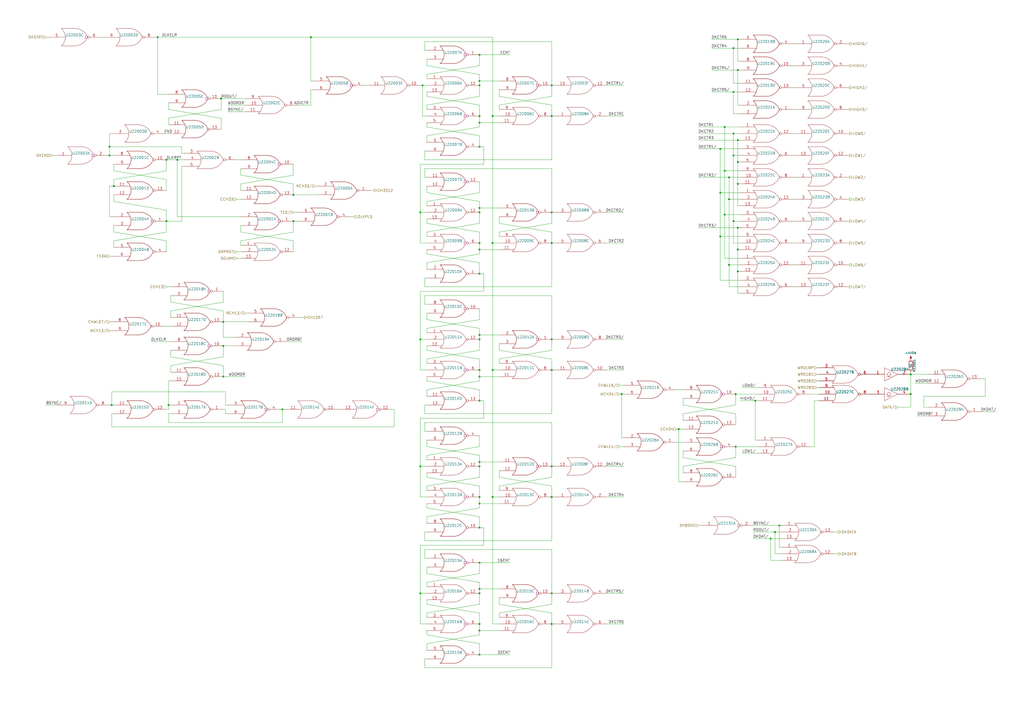
<source format=kicad_sch>
(kicad_sch (version 20211123) (generator eeschema)
  (paper "A2")
  (junction (at 427.99 132.08))
  (junction (at 427.99 81.28))
  (junction (at 427.99 22.86))
  (junction (at 278.13 120.65))
  (junction (at 320.04 49.53))
  (junction (at 425.45 27.94))
  (junction (at 66.04 107.95))
  (junction (at 278.13 292.1))
  (junction (at 420.37 73.66))
  (junction (at 91.44 21.59))
  (junction (at 320.04 123.19))
  (junction (at 243.84 344.17))
  (junction (at 320.04 270.51))
  (junction (at 425.45 128.27))
  (junction (at 97.79 234.95))
  (junction (at 278.13 49.53))
  (junction (at 426.72 259.08))
  (junction (at 278.13 326.39))
  (junction (at 427.99 157.48))
  (junction (at 422.91 153.67))
  (junction (at 278.13 123.19))
  (junction (at 102.87 92.71))
  (junction (at 278.13 379.73))
  (junction (at 63.5 90.17))
  (junction (at 243.84 123.19))
  (junction (at 180.34 21.59))
  (junction (at 320.04 196.85))
  (junction (at 163.83 237.49))
  (junction (at 278.13 361.95))
  (junction (at 420.37 124.46))
  (junction (at 278.13 270.51))
  (junction (at 129.54 218.44))
  (junction (at 278.13 71.12))
  (junction (at 285.75 214.63))
  (junction (at 278.13 144.78))
  (junction (at 427.99 144.78))
  (junction (at 245.11 49.53))
  (junction (at 320.04 288.29))
  (junction (at 417.83 86.36))
  (junction (at 278.13 232.41))
  (junction (at 63.5 85.09))
  (junction (at 393.7 248.92))
  (junction (at 425.45 53.34))
  (junction (at 452.12 304.8))
  (junction (at 128.27 57.15))
  (junction (at 278.13 194.31))
  (junction (at 320.04 361.95))
  (junction (at 96.52 92.71))
  (junction (at 278.13 218.44))
  (junction (at 278.13 365.76))
  (junction (at 438.15 232.41))
  (junction (at 427.99 40.64))
  (junction (at 422.91 102.87))
  (junction (at 320.04 344.17))
  (junction (at 64.77 234.95))
  (junction (at 422.91 115.57))
  (junction (at 129.54 186.69))
  (junction (at 449.58 308.61))
  (junction (at 285.75 140.97))
  (junction (at 278.13 140.97))
  (junction (at 320.04 214.63))
  (junction (at 129.54 200.66))
  (junction (at 278.13 85.09))
  (junction (at 278.13 158.75))
  (junction (at 278.13 306.07))
  (junction (at 427.99 106.68))
  (junction (at 278.13 267.97))
  (junction (at 528.32 228.6))
  (junction (at 278.13 341.63))
  (junction (at 96.52 128.27))
  (junction (at 417.83 137.16))
  (junction (at 320.04 67.31))
  (junction (at 170.18 113.03))
  (junction (at 278.13 196.85))
  (junction (at 243.84 196.85))
  (junction (at 320.04 140.97))
  (junction (at 278.13 67.31))
  (junction (at 278.13 31.75))
  (junction (at 278.13 288.29))
  (junction (at 528.32 217.17))
  (junction (at 420.37 99.06))
  (junction (at 278.13 214.63))
  (junction (at 170.18 128.27))
  (junction (at 360.68 228.6))
  (junction (at 285.75 288.29))
  (junction (at 285.75 67.31))
  (junction (at 278.13 344.17))
  (junction (at 278.13 46.99))
  (junction (at 425.45 90.17))
  (junction (at 425.45 77.47))
  (junction (at 426.72 228.6))
  (junction (at 427.99 93.98))
  (junction (at 243.84 270.51))
  (junction (at 417.83 111.76))
  (junction (at 447.04 312.42))
  (wire (pts (xy 320.04 281.94) (xy 320.04 288.29)))
  (wire (pts (xy 320.04 196.85) (xy 321.31 196.85)))
  (wire (pts (xy 420.37 99.06) (xy 420.37 124.46)))
  (wire (pts (xy 246.38 87.63) (xy 247.65 87.63)))
  (wire (pts (xy 425.45 140.97) (xy 429.26 140.97)))
  (wire (pts (xy 285.75 140.97) (xy 289.56 140.97)))
  (wire (pts (xy 64.77 247.65) (xy 64.77 240.03)))
  (wire (pts (xy 139.7 134.62) (xy 139.7 130.81)))
  (wire (pts (xy 91.44 21.59) (xy 180.34 21.59)))
  (wire (pts (xy 129.54 212.09) (xy 99.06 207.01)))
  (wire (pts (xy 63.5 77.47) (xy 63.5 85.09)))
  (wire (pts (xy 278.13 337.82) (xy 247.65 332.74)))
  (wire (pts (xy 420.37 124.46) (xy 429.26 124.46)))
  (wire (pts (xy 278.13 60.96) (xy 278.13 67.31)))
  (wire (pts (xy 278.13 292.1) (xy 278.13 294.64)))
  (wire (pts (xy 320.04 60.96) (xy 289.56 55.88)))
  (wire (pts (xy 320.04 123.19) (xy 321.31 123.19)))
  (wire (pts (xy 459.74 115.57) (xy 461.01 115.57)))
  (wire (pts (xy 278.13 120.65) (xy 278.13 123.19)))
  (wire (pts (xy 289.56 267.97) (xy 278.13 267.97)))
  (wire (pts (xy 535.94 236.22) (xy 538.48 236.22)))
  (wire (pts (xy 449.58 321.31) (xy 453.39 321.31)))
  (wire (pts (xy 420.37 149.86) (xy 429.26 149.86)))
  (wire (pts (xy 538.48 222.25) (xy 530.86 222.25)))
  (wire (pts (xy 320.04 67.31) (xy 320.04 92.71)))
  (wire (pts (xy 129.54 186.69) (xy 129.54 195.58)))
  (wire (pts (xy 474.98 217.17) (xy 473.71 217.17)))
  (wire (pts (xy 142.24 64.77) (xy 132.08 64.77)))
  (wire (pts (xy 278.13 264.16) (xy 278.13 267.97)))
  (wire (pts (xy 474.98 224.79) (xy 473.71 224.79)))
  (wire (pts (xy 422.91 102.87) (xy 429.26 102.87)))
  (wire (pts (xy 285.75 21.59) (xy 285.75 67.31)))
  (wire (pts (xy 180.34 60.96) (xy 180.34 52.07)))
  (wire (pts (xy 289.56 365.76) (xy 278.13 365.76)))
  (wire (pts (xy 180.34 21.59) (xy 180.34 46.99)))
  (wire (pts (xy 246.38 382.27) (xy 247.65 382.27)))
  (wire (pts (xy 405.13 132.08) (xy 427.99 132.08)))
  (wire (pts (xy 247.65 355.6) (xy 247.65 358.14)))
  (wire (pts (xy 396.24 240.03) (xy 396.24 243.84)))
  (wire (pts (xy 278.13 134.62) (xy 278.13 140.97)))
  (wire (pts (xy 247.65 264.16) (xy 247.65 266.7)))
  (wire (pts (xy 172.72 60.96) (xy 180.34 60.96)))
  (wire (pts (xy 175.26 198.12) (xy 166.37 198.12)))
  (wire (pts (xy 427.99 93.98) (xy 429.26 93.98)))
  (wire (pts (xy 243.84 288.29) (xy 247.65 288.29)))
  (wire (pts (xy 246.38 29.21) (xy 247.65 29.21)))
  (wire (pts (xy 320.04 55.88) (xy 289.56 60.96)))
  (wire (pts (xy 427.99 157.48) (xy 427.99 170.18)))
  (wire (pts (xy 289.56 71.12) (xy 278.13 71.12)))
  (wire (pts (xy 459.74 90.17) (xy 461.01 90.17)))
  (wire (pts (xy 278.13 134.62) (xy 247.65 129.54)))
  (wire (pts (xy 137.16 92.71) (xy 139.7 92.71)))
  (wire (pts (xy 246.38 313.69) (xy 246.38 308.61)))
  (wire (pts (xy 247.65 43.18) (xy 247.65 45.72)))
  (wire (pts (xy 243.84 123.19) (xy 243.84 140.97)))
  (wire (pts (xy 247.65 73.66) (xy 247.65 71.12)))
  (wire (pts (xy 459.74 128.27) (xy 461.01 128.27)))
  (wire (pts (xy 278.13 116.84) (xy 278.13 120.65)))
  (wire (pts (xy 492.76 128.27) (xy 491.49 128.27)))
  (wire (pts (xy 205.74 125.73) (xy 203.2 125.73)))
  (wire (pts (xy 63.5 107.95) (xy 63.5 125.73)))
  (wire (pts (xy 320.04 270.51) (xy 321.31 270.51)))
  (wire (pts (xy 66.04 134.62) (xy 66.04 130.81)))
  (wire (pts (xy 351.79 196.85) (xy 361.95 196.85)))
  (wire (pts (xy 246.38 161.29) (xy 247.65 161.29)))
  (wire (pts (xy 289.56 276.86) (xy 289.56 273.05)))
  (wire (pts (xy 447.04 312.42) (xy 447.04 325.12)))
  (wire (pts (xy 422.91 153.67) (xy 429.26 153.67)))
  (wire (pts (xy 247.65 185.42) (xy 247.65 181.61)))
  (wire (pts (xy 320.04 49.53) (xy 321.31 49.53)))
  (wire (pts (xy 278.13 31.75) (xy 278.13 38.1)))
  (wire (pts (xy 278.13 71.12) (xy 278.13 73.66)))
  (wire (pts (xy 247.65 147.32) (xy 247.65 144.78)))
  (wire (pts (xy 396.24 279.4) (xy 393.7 279.4)))
  (wire (pts (xy 320.04 288.29) (xy 321.31 288.29)))
  (wire (pts (xy 278.13 31.75) (xy 295.91 31.75)))
  (wire (pts (xy 97.79 220.98) (xy 99.06 220.98)))
  (wire (pts (xy 63.5 85.09) (xy 105.41 85.09)))
  (wire (pts (xy 96.52 92.71) (xy 96.52 99.06)))
  (wire (pts (xy 289.56 144.78) (xy 278.13 144.78)))
  (wire (pts (xy 278.13 341.63) (xy 278.13 344.17)))
  (wire (pts (xy 361.95 223.52) (xy 359.41 223.52)))
  (wire (pts (xy 246.38 250.19) (xy 247.65 250.19)))
  (wire (pts (xy 320.04 123.19) (xy 320.04 129.54)))
  (wire (pts (xy 64.77 240.03) (xy 66.04 240.03)))
  (wire (pts (xy 320.04 350.52) (xy 289.56 355.6)))
  (wire (pts (xy 170.18 106.68) (xy 139.7 101.6)))
  (wire (pts (xy 246.38 102.87) (xy 247.65 102.87)))
  (wire (pts (xy 452.12 304.8) (xy 452.12 317.5)))
  (wire (pts (xy 278.13 264.16) (xy 247.65 259.08)))
  (wire (pts (xy 139.7 149.86) (xy 137.16 149.86)))
  (wire (pts (xy 246.38 171.45) (xy 246.38 176.53)))
  (wire (pts (xy 245.11 49.53) (xy 247.65 49.53)))
  (wire (pts (xy 320.04 245.11) (xy 320.04 270.51)))
  (wire (pts (xy 425.45 66.04) (xy 429.26 66.04)))
  (wire (pts (xy 360.68 228.6) (xy 361.95 228.6)))
  (wire (pts (xy 320.04 270.51) (xy 320.04 276.86)))
  (wire (pts (xy 278.13 365.76) (xy 278.13 368.3)))
  (wire (pts (xy 247.65 350.52) (xy 247.65 347.98)))
  (wire (pts (xy 97.79 68.58) (xy 97.79 72.39)))
  (wire (pts (xy 285.75 140.97) (xy 285.75 214.63)))
  (wire (pts (xy 425.45 128.27) (xy 425.45 140.97)))
  (wire (pts (xy 320.04 166.37) (xy 246.38 166.37)))
  (wire (pts (xy 26.67 234.95) (xy 33.02 234.95)))
  (wire (pts (xy 243.84 242.57) (xy 243.84 270.51)))
  (wire (pts (xy 247.65 203.2) (xy 247.65 200.66)))
  (wire (pts (xy 212.09 49.53) (xy 213.36 49.53)))
  (wire (pts (xy 285.75 361.95) (xy 289.56 361.95)))
  (wire (pts (xy 278.13 226.06) (xy 247.65 220.98)))
  (wire (pts (xy 459.74 77.47) (xy 461.01 77.47)))
  (wire (pts (xy 320.04 67.31) (xy 321.31 67.31)))
  (wire (pts (xy 289.56 355.6) (xy 289.56 358.14)))
  (wire (pts (xy 278.13 73.66) (xy 247.65 78.74)))
  (wire (pts (xy 320.04 134.62) (xy 320.04 140.97)))
  (wire (pts (xy 96.52 110.49) (xy 96.52 104.14)))
  (wire (pts (xy 247.65 55.88) (xy 247.65 53.34)))
  (wire (pts (xy 406.4 304.8) (xy 405.13 304.8)))
  (wire (pts (xy 278.13 38.1) (xy 247.65 43.18)))
  (wire (pts (xy 320.04 344.17) (xy 320.04 350.52)))
  (wire (pts (xy 243.84 49.53) (xy 245.11 49.53)))
  (wire (pts (xy 247.65 259.08) (xy 247.65 255.27)))
  (wire (pts (xy 139.7 106.68) (xy 139.7 110.49)))
  (wire (pts (xy 129.54 168.91) (xy 129.54 175.26)))
  (wire (pts (xy 102.87 125.73) (xy 139.7 125.73)))
  (wire (pts (xy 247.65 116.84) (xy 247.65 119.38)))
  (wire (pts (xy 320.04 196.85) (xy 320.04 203.2)))
  (wire (pts (xy 97.79 220.98) (xy 97.79 234.95)))
  (wire (pts (xy 492.76 153.67) (xy 491.49 153.67)))
  (wire (pts (xy 425.45 77.47) (xy 425.45 90.17)))
  (wire (pts (xy 105.41 96.52) (xy 106.68 96.52)))
  (wire (pts (xy 129.54 200.66) (xy 135.89 200.66)))
  (wire (pts (xy 243.84 196.85) (xy 243.84 214.63)))
  (wire (pts (xy 289.56 281.94) (xy 289.56 284.48)))
  (wire (pts (xy 247.65 337.82) (xy 247.65 340.36)))
  (wire (pts (xy 320.04 245.11) (xy 246.38 245.11)))
  (wire (pts (xy 351.79 270.51) (xy 361.95 270.51)))
  (wire (pts (xy 278.13 194.31) (xy 278.13 196.85)))
  (wire (pts (xy 459.74 166.37) (xy 461.01 166.37)))
  (wire (pts (xy 571.5 229.87) (xy 535.94 229.87)))
  (wire (pts (xy 405.13 77.47) (xy 425.45 77.47)))
  (wire (pts (xy 429.26 232.41) (xy 438.15 232.41)))
  (wire (pts (xy 278.13 208.28) (xy 247.65 203.2)))
  (wire (pts (xy 420.37 124.46) (xy 420.37 149.86)))
  (wire (pts (xy 320.04 49.53) (xy 320.04 55.88)))
  (wire (pts (xy 278.13 355.6) (xy 247.65 350.52)))
  (wire (pts (xy 426.72 240.03) (xy 396.24 234.95)))
  (wire (pts (xy 96.52 92.71) (xy 102.87 92.71)))
  (wire (pts (xy 66.04 99.06) (xy 66.04 95.25)))
  (wire (pts (xy 320.04 24.13) (xy 320.04 49.53)))
  (wire (pts (xy 278.13 43.18) (xy 247.65 38.1)))
  (wire (pts (xy 320.04 171.45) (xy 246.38 171.45)))
  (wire (pts (xy 129.54 207.01) (xy 99.06 212.09)))
  (wire (pts (xy 58.42 21.59) (xy 59.69 21.59)))
  (wire (pts (xy 243.84 140.97) (xy 247.65 140.97)))
  (wire (pts (xy 247.65 276.86) (xy 247.65 274.32)))
  (wire (pts (xy 176.53 184.15) (xy 173.99 184.15)))
  (wire (pts (xy 130.81 234.95) (xy 132.08 234.95)))
  (wire (pts (xy 320.04 97.79) (xy 320.04 123.19)))
  (wire (pts (xy 278.13 85.09) (xy 278.13 78.74)))
  (wire (pts (xy 247.65 299.72) (xy 247.65 303.53)))
  (wire (pts (xy 243.84 168.91) (xy 243.84 196.85)))
  (wire (pts (xy 278.13 116.84) (xy 247.65 111.76)))
  (wire (pts (xy 97.79 234.95) (xy 97.79 237.49)))
  (wire (pts (xy 247.65 60.96) (xy 247.65 63.5)))
  (wire (pts (xy 420.37 99.06) (xy 429.26 99.06)))
  (wire (pts (xy 170.18 128.27) (xy 172.72 128.27)))
  (wire (pts (xy 247.65 281.94) (xy 247.65 284.48)))
  (wire (pts (xy 426.72 228.6) (xy 426.72 234.95)))
  (wire (pts (xy 105.41 128.27) (xy 105.41 96.52)))
  (wire (pts (xy 278.13 203.2) (xy 247.65 208.28)))
  (wire (pts (xy 246.38 24.13) (xy 246.38 29.21)))
  (wire (pts (xy 320.04 214.63) (xy 320.04 240.03)))
  (wire (pts (xy 91.44 54.61) (xy 97.79 54.61)))
  (wire (pts (xy 180.34 52.07) (xy 181.61 52.07)))
  (wire (pts (xy 217.17 110.49) (xy 214.63 110.49)))
  (wire (pts (xy 163.83 245.11) (xy 97.79 245.11)))
  (wire (pts (xy 280.67 85.09) (xy 280.67 95.25)))
  (wire (pts (xy 417.83 86.36) (xy 417.83 111.76)))
  (wire (pts (xy 180.34 46.99) (xy 181.61 46.99)))
  (wire (pts (xy 425.45 90.17) (xy 429.26 90.17)))
  (wire (pts (xy 142.24 60.96) (xy 132.08 60.96)))
  (wire (pts (xy 417.83 111.76) (xy 417.83 137.16)))
  (wire (pts (xy 64.77 234.95) (xy 64.77 227.33)))
  (wire (pts (xy 351.79 214.63) (xy 361.95 214.63)))
  (wire (pts (xy 278.13 232.41) (xy 280.67 232.41)))
  (wire (pts (xy 96.52 134.62) (xy 66.04 139.7)))
  (wire (pts (xy 139.7 101.6) (xy 139.7 97.79)))
  (wire (pts (xy 420.37 73.66) (xy 420.37 99.06)))
  (wire (pts (xy 180.34 21.59) (xy 285.75 21.59)))
  (wire (pts (xy 351.79 49.53) (xy 361.95 49.53)))
  (wire (pts (xy 280.67 95.25) (xy 243.84 95.25)))
  (wire (pts (xy 63.5 125.73) (xy 66.04 125.73)))
  (wire (pts (xy 278.13 361.95) (xy 278.13 365.76)))
  (wire (pts (xy 162.56 237.49) (xy 163.83 237.49)))
  (wire (pts (xy 66.04 107.95) (xy 63.5 107.95)))
  (wire (pts (xy 392.43 256.54) (xy 396.24 256.54)))
  (wire (pts (xy 246.38 323.85) (xy 247.65 323.85)))
  (wire (pts (xy 247.65 226.06) (xy 247.65 229.87)))
  (wire (pts (xy 243.84 344.17) (xy 243.84 361.95)))
  (wire (pts (xy 280.67 242.57) (xy 243.84 242.57)))
  (wire (pts (xy 246.38 240.03) (xy 246.38 234.95)))
  (wire (pts (xy 426.72 276.86) (xy 426.72 270.51)))
  (wire (pts (xy 170.18 146.05) (xy 170.18 139.7)))
  (wire (pts (xy 245.11 67.31) (xy 247.65 67.31)))
  (wire (pts (xy 289.56 218.44) (xy 278.13 218.44)))
  (wire (pts (xy 246.38 234.95) (xy 247.65 234.95)))
  (wire (pts (xy 320.04 318.77) (xy 246.38 318.77)))
  (wire (pts (xy 474.98 220.98) (xy 473.71 220.98)))
  (wire (pts (xy 425.45 27.94) (xy 429.26 27.94)))
  (wire (pts (xy 351.79 123.19) (xy 361.95 123.19)))
  (wire (pts (xy 427.99 106.68) (xy 429.26 106.68)))
  (wire (pts (xy 422.91 115.57) (xy 422.91 153.67)))
  (wire (pts (xy 63.5 234.95) (xy 64.77 234.95)))
  (wire (pts (xy 26.67 21.59) (xy 27.94 21.59)))
  (wire (pts (xy 278.13 281.94) (xy 247.65 276.86)))
  (wire (pts (xy 351.79 344.17) (xy 361.95 344.17)))
  (wire (pts (xy 278.13 344.17) (xy 278.13 350.52)))
  (wire (pts (xy 538.48 241.3) (xy 532.13 241.3)))
  (wire (pts (xy 247.65 208.28) (xy 247.65 210.82)))
  (wire (pts (xy 320.04 344.17) (xy 321.31 344.17)))
  (wire (pts (xy 170.18 134.62) (xy 139.7 139.7)))
  (wire (pts (xy 139.7 139.7) (xy 139.7 142.24)))
  (wire (pts (xy 64.77 227.33) (xy 130.81 227.33)))
  (wire (pts (xy 285.75 288.29) (xy 289.56 288.29)))
  (wire (pts (xy 96.52 128.27) (xy 105.41 128.27)))
  (wire (pts (xy 278.13 185.42) (xy 247.65 190.5)))
  (wire (pts (xy 425.45 77.47) (xy 429.26 77.47)))
  (wire (pts (xy 436.88 308.61) (xy 449.58 308.61)))
  (wire (pts (xy 417.83 137.16) (xy 429.26 137.16)))
  (wire (pts (xy 320.04 288.29) (xy 320.04 313.69)))
  (wire (pts (xy 289.56 55.88) (xy 289.56 52.07)))
  (wire (pts (xy 492.76 140.97) (xy 491.49 140.97)))
  (wire (pts (xy 492.76 50.8) (xy 491.49 50.8)))
  (wire (pts (xy 97.79 237.49) (xy 96.52 237.49)))
  (wire (pts (xy 289.56 134.62) (xy 289.56 137.16)))
  (wire (pts (xy 320.04 355.6) (xy 320.04 361.95)))
  (wire (pts (xy 492.76 63.5) (xy 491.49 63.5)))
  (wire (pts (xy 96.52 139.7) (xy 66.04 134.62)))
  (wire (pts (xy 129.54 218.44) (xy 142.24 218.44)))
  (wire (pts (xy 285.75 67.31) (xy 289.56 67.31)))
  (wire (pts (xy 420.37 73.66) (xy 429.26 73.66)))
  (wire (pts (xy 392.43 226.06) (xy 396.24 226.06)))
  (wire (pts (xy 459.74 50.8) (xy 461.01 50.8)))
  (wire (pts (xy 439.42 262.89) (xy 430.53 262.89)))
  (wire (pts (xy 280.67 232.41) (xy 280.67 242.57)))
  (wire (pts (xy 412.75 27.94) (xy 425.45 27.94)))
  (wire (pts (xy 97.79 234.95) (xy 99.06 234.95)))
  (wire (pts (xy 62.23 90.17) (xy 63.5 90.17)))
  (wire (pts (xy 278.13 276.86) (xy 247.65 281.94)))
  (wire (pts (xy 163.83 237.49) (xy 163.83 245.11)))
  (wire (pts (xy 449.58 308.61) (xy 453.39 308.61)))
  (wire (pts (xy 412.75 40.64) (xy 427.99 40.64)))
  (wire (pts (xy 170.18 113.03) (xy 170.18 106.68)))
  (wire (pts (xy 170.18 113.03) (xy 184.15 113.03)))
  (wire (pts (xy 452.12 304.8) (xy 453.39 304.8)))
  (wire (pts (xy 95.25 77.47) (xy 97.79 77.47)))
  (wire (pts (xy 289.56 203.2) (xy 289.56 199.39)))
  (wire (pts (xy 246.38 308.61) (xy 247.65 308.61)))
  (wire (pts (xy 129.54 180.34) (xy 99.06 175.26)))
  (wire (pts (xy 278.13 379.73) (xy 278.13 373.38)))
  (wire (pts (xy 459.74 153.67) (xy 461.01 153.67)))
  (wire (pts (xy 96.52 104.14) (xy 66.04 99.06)))
  (wire (pts (xy 170.18 139.7) (xy 139.7 134.62)))
  (wire (pts (xy 535.94 229.87) (xy 535.94 236.22)))
  (wire (pts (xy 426.72 259.08) (xy 426.72 265.43)))
  (wire (pts (xy 436.88 304.8) (xy 452.12 304.8)))
  (wire (pts (xy 320.04 240.03) (xy 246.38 240.03)))
  (wire (pts (xy 425.45 53.34) (xy 425.45 66.04)))
  (wire (pts (xy 417.83 137.16) (xy 417.83 162.56)))
  (wire (pts (xy 247.65 38.1) (xy 247.65 34.29)))
  (wire (pts (xy 90.17 21.59) (xy 91.44 21.59)))
  (wire (pts (xy 128.27 57.15) (xy 128.27 63.5)))
  (wire (pts (xy 359.41 228.6) (xy 360.68 228.6)))
  (wire (pts (xy 320.04 208.28) (xy 289.56 203.2)))
  (wire (pts (xy 128.27 57.15) (xy 142.24 57.15)))
  (wire (pts (xy 405.13 102.87) (xy 422.91 102.87)))
  (wire (pts (xy 436.88 312.42) (xy 447.04 312.42)))
  (wire (pts (xy 280.67 316.23) (xy 280.67 306.07)))
  (wire (pts (xy 130.81 237.49) (xy 130.81 240.03)))
  (wire (pts (xy 96.52 146.05) (xy 96.52 139.7)))
  (wire (pts (xy 129.54 195.58) (xy 135.89 195.58)))
  (wire (pts (xy 285.75 67.31) (xy 285.75 140.97)))
  (wire (pts (xy 64.77 234.95) (xy 66.04 234.95)))
  (wire (pts (xy 320.04 134.62) (xy 289.56 129.54)))
  (wire (pts (xy 278.13 78.74) (xy 247.65 73.66)))
  (wire (pts (xy 427.99 60.96) (xy 429.26 60.96)))
  (wire (pts (xy 96.52 166.37) (xy 99.06 166.37)))
  (wire (pts (xy 492.76 166.37) (xy 491.49 166.37)))
  (wire (pts (xy 427.99 144.78) (xy 429.26 144.78)))
  (wire (pts (xy 278.13 252.73) (xy 278.13 259.08)))
  (wire (pts (xy 426.72 246.38) (xy 426.72 240.03)))
  (wire (pts (xy 278.13 337.82) (xy 278.13 341.63)))
  (wire (pts (xy 422.91 115.57) (xy 429.26 115.57)))
  (wire (pts (xy 438.15 255.27) (xy 439.42 255.27)))
  (wire (pts (xy 130.81 227.33) (xy 130.81 234.95)))
  (wire (pts (xy 129.54 200.66) (xy 129.54 207.01)))
  (wire (pts (xy 474.98 213.36) (xy 473.71 213.36)))
  (wire (pts (xy 449.58 308.61) (xy 449.58 321.31)))
  (wire (pts (xy 129.54 186.69) (xy 143.51 186.69)))
  (wire (pts (xy 278.13 294.64) (xy 247.65 299.72)))
  (wire (pts (xy 396.24 265.43) (xy 396.24 261.62)))
  (wire (pts (xy 278.13 46.99) (xy 278.13 49.53)))
  (wire (pts (xy 105.41 85.09) (xy 105.41 88.9)))
  (wire (pts (xy 427.99 132.08) (xy 427.99 144.78)))
  (wire (pts (xy 228.6 237.49) (xy 228.6 247.65)))
  (wire (pts (xy 278.13 332.74) (xy 247.65 337.82)))
  (wire (pts (xy 474.98 228.6) (xy 469.9 228.6)))
  (wire (pts (xy 426.72 234.95) (xy 396.24 240.03)))
  (wire (pts (xy 170.18 123.19) (xy 172.72 123.19)))
  (wire (pts (xy 66.04 116.84) (xy 66.04 113.03)))
  (wire (pts (xy 320.04 361.95) (xy 321.31 361.95)))
  (wire (pts (xy 63.5 90.17) (xy 66.04 90.17)))
  (wire (pts (xy 280.67 158.75) (xy 280.67 168.91)))
  (wire (pts (xy 320.04 203.2) (xy 289.56 208.28)))
  (wire (pts (xy 243.84 316.23) (xy 280.67 316.23)))
  (wire (pts (xy 427.99 144.78) (xy 427.99 157.48)))
  (wire (pts (xy 99.06 175.26) (xy 99.06 171.45)))
  (wire (pts (xy 128.27 68.58) (xy 97.79 63.5)))
  (wire (pts (xy 483.87 321.31) (xy 486.41 321.31)))
  (wire (pts (xy 278.13 259.08) (xy 247.65 264.16)))
  (wire (pts (xy 427.99 132.08) (xy 429.26 132.08)))
  (wire (pts (xy 427.99 40.64) (xy 429.26 40.64)))
  (wire (pts (xy 63.5 85.09) (xy 63.5 90.17)))
  (wire (pts (xy 427.99 81.28) (xy 427.99 93.98)))
  (wire (pts (xy 427.99 157.48) (xy 429.26 157.48)))
  (wire (pts (xy 280.67 168.91) (xy 243.84 168.91)))
  (wire (pts (xy 278.13 281.94) (xy 278.13 288.29)))
  (wire (pts (xy 245.11 49.53) (xy 245.11 67.31)))
  (wire (pts (xy 227.33 237.49) (xy 228.6 237.49)))
  (wire (pts (xy 278.13 379.73) (xy 295.91 379.73)))
  (wire (pts (xy 278.13 144.78) (xy 278.13 147.32)))
  (wire (pts (xy 289.56 350.52) (xy 289.56 346.71)))
  (wire (pts (xy 129.54 218.44) (xy 129.54 212.09)))
  (wire (pts (xy 528.32 217.17) (xy 528.32 228.6)))
  (wire (pts (xy 472.44 259.08) (xy 472.44 232.41)))
  (wire (pts (xy 195.58 237.49) (xy 196.85 237.49)))
  (wire (pts (xy 320.04 24.13) (xy 246.38 24.13)))
  (wire (pts (xy 439.42 224.79) (xy 430.53 224.79)))
  (wire (pts (xy 568.96 238.76) (xy 577.85 238.76)))
  (wire (pts (xy 128.27 74.93) (xy 128.27 68.58)))
  (wire (pts (xy 528.32 236.22) (xy 520.7 236.22)))
  (wire (pts (xy 278.13 220.98) (xy 247.65 226.06)))
  (wire (pts (xy 63.5 186.69) (xy 64.77 186.69)))
  (wire (pts (xy 320.04 361.95) (xy 320.04 387.35)))
  (wire (pts (xy 320.04 171.45) (xy 320.04 196.85)))
  (wire (pts (xy 278.13 326.39) (xy 295.91 326.39)))
  (wire (pts (xy 459.74 25.4) (xy 461.01 25.4)))
  (wire (pts (xy 396.24 234.95) (xy 396.24 231.14)))
  (wire (pts (xy 492.76 38.1) (xy 491.49 38.1)))
  (wire (pts (xy 289.56 60.96) (xy 289.56 63.5)))
  (wire (pts (xy 492.76 77.47) (xy 491.49 77.47)))
  (wire (pts (xy 247.65 332.74) (xy 247.65 328.93)))
  (wire (pts (xy 320.04 140.97) (xy 320.04 166.37)))
  (wire (pts (xy 278.13 355.6) (xy 278.13 361.95)))
  (wire (pts (xy 228.6 247.65) (xy 64.77 247.65)))
  (wire (pts (xy 128.27 63.5) (xy 97.79 68.58)))
  (wire (pts (xy 393.7 279.4) (xy 393.7 248.92)))
  (wire (pts (xy 278.13 232.41) (xy 278.13 226.06)))
  (wire (pts (xy 139.7 146.05) (xy 137.16 146.05)))
  (wire (pts (xy 427.99 93.98) (xy 427.99 106.68)))
  (wire (pts (xy 96.52 99.06) (xy 66.04 104.14)))
  (wire (pts (xy 99.06 198.12) (xy 87.63 198.12)))
  (wire (pts (xy 528.32 215.9) (xy 528.32 217.17)))
  (wire (pts (xy 320.04 313.69) (xy 246.38 313.69)))
  (wire (pts (xy 170.18 101.6) (xy 139.7 106.68)))
  (wire (pts (xy 246.38 176.53) (xy 247.65 176.53)))
  (wire (pts (xy 278.13 147.32) (xy 247.65 152.4)))
  (wire (pts (xy 396.24 270.51) (xy 396.24 274.32)))
  (wire (pts (xy 96.52 121.92) (xy 66.04 116.84)))
  (wire (pts (xy 320.04 92.71) (xy 246.38 92.71)))
  (wire (pts (xy 278.13 350.52) (xy 247.65 355.6)))
  (wire (pts (xy 247.65 190.5) (xy 247.65 193.04)))
  (wire (pts (xy 427.99 170.18) (xy 429.26 170.18)))
  (wire (pts (xy 243.84 270.51) (xy 243.84 288.29)))
  (wire (pts (xy 538.48 217.17) (xy 528.32 217.17)))
  (wire (pts (xy 96.52 128.27) (xy 96.52 134.62)))
  (wire (pts (xy 289.56 129.54) (xy 289.56 125.73)))
  (wire (pts (xy 243.84 344.17) (xy 247.65 344.17)))
  (wire (pts (xy 278.13 158.75) (xy 280.67 158.75)))
  (wire (pts (xy 425.45 90.17) (xy 425.45 128.27)))
  (wire (pts (xy 417.83 111.76) (xy 429.26 111.76)))
  (wire (pts (xy 137.16 115.57) (xy 139.7 115.57)))
  (wire (pts (xy 320.04 60.96) (xy 320.04 67.31)))
  (wire (pts (xy 278.13 190.5) (xy 278.13 194.31)))
  (wire (pts (xy 422.91 153.67) (xy 422.91 166.37)))
  (wire (pts (xy 247.65 220.98) (xy 247.65 218.44)))
  (wire (pts (xy 459.74 63.5) (xy 461.01 63.5)))
  (wire (pts (xy 278.13 326.39) (xy 278.13 332.74)))
  (wire (pts (xy 63.5 77.47) (xy 64.77 77.47)))
  (wire (pts (xy 247.65 152.4) (xy 247.65 156.21)))
  (wire (pts (xy 320.04 281.94) (xy 289.56 276.86)))
  (wire (pts (xy 278.13 179.07) (xy 278.13 185.42)))
  (wire (pts (xy 320.04 276.86) (xy 289.56 281.94)))
  (wire (pts (xy 91.44 21.59) (xy 91.44 54.61)))
  (wire (pts (xy 278.13 111.76) (xy 247.65 116.84)))
  (wire (pts (xy 568.96 219.71) (xy 571.5 219.71)))
  (wire (pts (xy 243.84 270.51) (xy 247.65 270.51)))
  (wire (pts (xy 351.79 140.97) (xy 361.95 140.97)))
  (wire (pts (xy 289.56 341.63) (xy 278.13 341.63)))
  (wire (pts (xy 426.72 228.6) (xy 439.42 228.6)))
  (wire (pts (xy 129.54 175.26) (xy 99.06 180.34)))
  (wire (pts (xy 246.38 387.35) (xy 246.38 382.27)))
  (wire (pts (xy 66.04 104.14) (xy 66.04 107.95)))
  (wire (pts (xy 130.81 240.03) (xy 132.08 240.03)))
  (wire (pts (xy 361.95 259.08) (xy 359.41 259.08)))
  (wire (pts (xy 571.5 219.71) (xy 571.5 229.87)))
  (wire (pts (xy 163.83 237.49) (xy 165.1 237.49)))
  (wire (pts (xy 247.65 134.62) (xy 247.65 137.16)))
  (wire (pts (xy 278.13 85.09) (xy 280.67 85.09)))
  (wire (pts (xy 425.45 128.27) (xy 429.26 128.27)))
  (wire (pts (xy 97.79 240.03) (xy 99.06 240.03)))
  (wire (pts (xy 247.65 373.38) (xy 247.65 377.19)))
  (wire (pts (xy 278.13 299.72) (xy 247.65 294.64)))
  (wire (pts (xy 97.79 63.5) (xy 97.79 59.69)))
  (wire (pts (xy 278.13 129.54) (xy 247.65 134.62)))
  (wire (pts (xy 426.72 265.43) (xy 396.24 270.51)))
  (wire (pts (xy 459.74 102.87) (xy 461.01 102.87)))
  (wire (pts (xy 492.76 90.17) (xy 491.49 90.17)))
  (wire (pts (xy 278.13 152.4) (xy 247.65 147.32)))
  (wire (pts (xy 278.13 49.53) (xy 278.13 55.88)))
  (wire (pts (xy 278.13 218.44) (xy 278.13 220.98)))
  (wire (pts (xy 243.84 196.85) (xy 247.65 196.85)))
  (wire (pts (xy 459.74 140.97) (xy 461.01 140.97)))
  (wire (pts (xy 417.83 86.36) (xy 429.26 86.36)))
  (wire (pts (xy 289.56 292.1) (xy 278.13 292.1)))
  (wire (pts (xy 472.44 232.41) (xy 474.98 232.41)))
  (wire (pts (xy 243.84 95.25) (xy 243.84 123.19)))
  (wire (pts (xy 427.99 106.68) (xy 427.99 119.38)))
  (wire (pts (xy 243.84 214.63) (xy 247.65 214.63)))
  (wire (pts (xy 247.65 111.76) (xy 247.65 107.95)))
  (wire (pts (xy 426.72 259.08) (xy 439.42 259.08)))
  (wire (pts (xy 320.04 387.35) (xy 246.38 387.35)))
  (wire (pts (xy 246.38 245.11) (xy 246.38 250.19)))
  (wire (pts (xy 182.88 107.95) (xy 184.15 107.95)))
  (wire (pts (xy 405.13 73.66) (xy 420.37 73.66)))
  (wire (pts (xy 278.13 140.97) (xy 278.13 144.78)))
  (wire (pts (xy 285.75 288.29) (xy 285.75 361.95)))
  (wire (pts (xy 351.79 361.95) (xy 361.95 361.95)))
  (wire (pts (xy 405.13 81.28) (xy 427.99 81.28)))
  (wire (pts (xy 452.12 317.5) (xy 453.39 317.5)))
  (wire (pts (xy 425.45 27.94) (xy 425.45 48.26)))
  (wire (pts (xy 425.45 53.34) (xy 429.26 53.34)))
  (wire (pts (xy 278.13 123.19) (xy 278.13 129.54)))
  (wire (pts (xy 246.38 97.79) (xy 246.38 102.87)))
  (wire (pts (xy 278.13 288.29) (xy 278.13 292.1)))
  (wire (pts (xy 425.45 48.26) (xy 429.26 48.26)))
  (wire (pts (xy 246.38 318.77) (xy 246.38 323.85)))
  (wire (pts (xy 243.84 316.23) (xy 243.84 344.17)))
  (wire (pts (xy 528.32 228.6) (xy 528.32 236.22)))
  (wire (pts (xy 427.99 22.86) (xy 429.26 22.86)))
  (wire (pts (xy 278.13 373.38) (xy 247.65 368.3)))
  (wire (pts (xy 129.54 237.49) (xy 130.81 237.49)))
  (wire (pts (xy 285.75 214.63) (xy 289.56 214.63)))
  (wire (pts (xy 392.43 248.92) (xy 393.7 248.92)))
  (wire (pts (xy 289.56 208.28) (xy 289.56 210.82)))
  (wire (pts (xy 360.68 254) (xy 361.95 254)))
  (wire (pts (xy 96.52 121.92) (xy 96.52 128.27)))
  (wire (pts (xy 426.72 270.51) (xy 396.24 265.43)))
  (wire (pts (xy 320.04 318.77) (xy 320.04 344.17)))
  (wire (pts (xy 492.76 115.57) (xy 491.49 115.57)))
  (wire (pts (xy 246.38 166.37) (xy 246.38 161.29)))
  (wire (pts (xy 278.13 190.5) (xy 247.65 185.42)))
  (wire (pts (xy 459.74 38.1) (xy 461.01 38.1)))
  (wire (pts (xy 278.13 306.07) (xy 278.13 299.72)))
  (wire (pts (xy 289.56 194.31) (xy 278.13 194.31)))
  (wire (pts (xy 278.13 214.63) (xy 278.13 218.44)))
  (wire (pts (xy 105.41 88.9) (xy 106.68 88.9)))
  (wire (pts (xy 247.65 368.3) (xy 247.65 365.76)))
  (wire (pts (xy 320.04 355.6) (xy 289.56 350.52)))
  (wire (pts (xy 102.87 92.71) (xy 106.68 92.71)))
  (wire (pts (xy 483.87 308.61) (xy 486.41 308.61)))
  (wire (pts (xy 422.91 166.37) (xy 429.26 166.37)))
  (wire (pts (xy 278.13 43.18) (xy 278.13 46.99)))
  (wire (pts (xy 320.04 208.28) (xy 320.04 214.63)))
  (wire (pts (xy 422.91 102.87) (xy 422.91 115.57)))
  (wire (pts (xy 278.13 208.28) (xy 278.13 214.63)))
  (wire (pts (xy 247.65 129.54) (xy 247.65 127)))
  (wire (pts (xy 320.04 214.63) (xy 321.31 214.63)))
  (wire (pts (xy 320.04 129.54) (xy 289.56 134.62)))
  (wire (pts (xy 278.13 105.41) (xy 278.13 111.76)))
  (wire (pts (xy 285.75 214.63) (xy 285.75 288.29)))
  (wire (pts (xy 99.06 207.01) (xy 99.06 203.2)))
  (wire (pts (xy 320.04 140.97) (xy 321.31 140.97)))
  (wire (pts (xy 278.13 55.88) (xy 247.65 60.96)))
  (wire (pts (xy 66.04 139.7) (xy 66.04 143.51)))
  (wire (pts (xy 492.76 102.87) (xy 491.49 102.87)))
  (wire (pts (xy 427.99 22.86) (xy 427.99 35.56)))
  (wire (pts (xy 351.79 288.29) (xy 361.95 288.29)))
  (wire (pts (xy 278.13 267.97) (xy 278.13 270.51)))
  (wire (pts (xy 278.13 158.75) (xy 278.13 152.4)))
  (wire (pts (xy 142.24 181.61) (xy 143.51 181.61)))
  (wire (pts (xy 469.9 259.08) (xy 472.44 259.08)))
  (wire (pts (xy 412.75 22.86) (xy 427.99 22.86)))
  (wire (pts (xy 405.13 86.36) (xy 417.83 86.36)))
  (wire (pts (xy 278.13 270.51) (xy 278.13 276.86)))
  (wire (pts (xy 438.15 232.41) (xy 439.42 232.41)))
  (wire (pts (xy 351.79 67.31) (xy 361.95 67.31)))
  (wire (pts (xy 243.84 361.95) (xy 247.65 361.95)))
  (wire (pts (xy 417.83 162.56) (xy 429.26 162.56)))
  (wire (pts (xy 30.48 90.17) (xy 31.75 90.17)))
  (wire (pts (xy 278.13 368.3) (xy 247.65 373.38)))
  (wire (pts (xy 63.5 191.77) (xy 64.77 191.77)))
  (wire (pts (xy 427.99 35.56) (xy 429.26 35.56)))
  (wire (pts (xy 278.13 196.85) (xy 278.13 203.2)))
  (wire (pts (xy 247.65 78.74) (xy 247.65 82.55)))
  (wire (pts (xy 97.79 245.11) (xy 97.79 240.03)))
  (wire (pts (xy 170.18 95.25) (xy 170.18 101.6)))
  (wire (pts (xy 320.04 97.79) (xy 246.38 97.79)))
  (wire (pts (xy 170.18 128.27) (xy 170.18 134.62)))
  (wire (pts (xy 438.15 232.41) (xy 438.15 255.27)))
  (wire (pts (xy 247.65 294.64) (xy 247.65 292.1)))
  (wire (pts (xy 289.56 46.99) (xy 278.13 46.99)))
  (wire (pts (xy 63.5 148.59) (xy 66.04 148.59)))
  (wire (pts (xy 243.84 123.19) (xy 247.65 123.19)))
  (wire (pts (xy 280.67 306.07) (xy 278.13 306.07)))
  (wire (pts (xy 246.38 92.71) (xy 246.38 87.63)))
  (wire (pts (xy 427.99 119.38) (xy 429.26 119.38)))
  (wire (pts (xy 99.06 180.34) (xy 99.06 184.15)))
  (wire (pts (xy 278.13 60.96) (xy 247.65 55.88)))
  (wire (pts (xy 102.87 92.71) (xy 102.87 125.73)))
  (wire (pts (xy 393.7 248.92) (xy 396.24 248.92)))
  (wire (pts (xy 360.68 228.6) (xy 360.68 254)))
  (wire (pts (xy 447.04 325.12) (xy 453.39 325.12)))
  (wire (pts (xy 447.04 312.42) (xy 453.39 312.42)))
  (wire (pts (xy 95.25 189.23) (xy 99.06 189.23)))
  (wire (pts (xy 278.13 67.31) (xy 278.13 71.12)))
  (wire (pts (xy 427.99 81.28) (xy 429.26 81.28)))
  (wire (pts (xy 289.56 120.65) (xy 278.13 120.65)))
  (wire (pts (xy 99.06 212.09) (xy 99.06 215.9)))
  (wire (pts (xy 492.76 25.4) (xy 491.49 25.4)))
  (wire (pts (xy 412.75 53.34) (xy 425.45 53.34)))
  (wire (pts (xy 129.54 180.34) (xy 129.54 186.69)))
  (wire (pts (xy 427.99 40.64) (xy 427.99 60.96)))
  (label "DKCTR5/" (at 412.75 53.34 0) (effects (font (size 1.524 1.524))))
  (label "DKCTR5" (at 412.75 22.86 0) (effects (font (size 1.524 1.524))))
  (label "DLKRPT" (at 96.52 92.71 0) (effects (font (size 1.524 1.524))))
  (label "DKCTR1/" (at 361.95 49.53 180) (effects (font (size 1.524 1.524))))
  (label "ADVCTR" (at 179.07 60.96 180) (effects (font (size 1.524 1.524))))
  (label "END" (at 95.25 77.47 0) (effects (font (size 1.524 1.524))))
  (label "BSYNC/" (at 436.88 304.8 0) (effects (font (size 1.524 1.524))))
  (label "DKCTR1" (at 405.13 73.66 0) (effects (font (size 1.524 1.524))))
  (label "RDOUT/" (at 436.88 308.61 0) (effects (font (size 1.524 1.524))))
  (label "DKCTR2" (at 405.13 77.47 0) (effects (font (size 1.524 1.524))))
  (label "DKCTR3/" (at 361.95 196.85 180) (effects (font (size 1.524 1.524))))
  (label "BSYNC/" (at 26.67 234.95 0) (effects (font (size 1.524 1.524))))
  (label "HIGH0/" (at 429.26 232.41 0) (effects (font (size 1.524 1.524))))
  (label "DKCTR5/" (at 361.95 344.17 180) (effects (font (size 1.524 1.524))))
  (label "DKCTR2/" (at 405.13 102.87 0) (effects (font (size 1.524 1.524))))
  (label "DKCTR1/" (at 405.13 86.36 0) (effects (font (size 1.524 1.524))))
  (label "DKCTR4/" (at 361.95 270.51 180) (effects (font (size 1.524 1.524))))
  (label "1CNT" (at 295.91 31.75 180) (effects (font (size 1.524 1.524))))
  (label "32CNT" (at 295.91 379.73 180) (effects (font (size 1.524 1.524))))
  (label "WDORDR" (at 530.86 222.25 0) (effects (font (size 1.524 1.524))))
  (label "DLKCLR" (at 87.63 198.12 0) (effects (font (size 1.524 1.524))))
  (label "WDORDR" (at 132.08 60.96 0) (effects (font (size 1.524 1.524))))
  (label "DKCTR3" (at 405.13 81.28 0) (effects (font (size 1.524 1.524))))
  (label "BSYNC/" (at 132.08 64.77 0) (effects (font (size 1.524 1.524))))
  (label "WDORDR" (at 142.24 218.44 180) (effects (font (size 1.524 1.524))))
  (label "DKCTR4" (at 412.75 27.94 0) (effects (font (size 1.524 1.524))))
  (label "ORDRBT" (at 175.26 198.12 180) (effects (font (size 1.524 1.524))))
  (label "DKDAT/" (at 577.85 238.76 180) (effects (font (size 1.524 1.524))))
  (label "LOW1/" (at 430.53 262.89 0) (effects (font (size 1.524 1.524))))
  (label "DKCTR1" (at 361.95 67.31 180) (effects (font (size 1.524 1.524))))
  (label "ORDRBT" (at 532.13 241.3 0) (effects (font (size 1.524 1.524))))
  (label "DKCTR2/" (at 361.95 123.19 180) (effects (font (size 1.524 1.524))))
  (label "DKCTR3/" (at 405.13 132.08 0) (effects (font (size 1.524 1.524))))
  (label "DKCTR4/" (at 412.75 40.64 0) (effects (font (size 1.524 1.524))))
  (label "DLKCLR" (at 93.98 21.59 0) (effects (font (size 1.524 1.524))))
  (label "16CNT" (at 295.91 326.39 180) (effects (font (size 1.524 1.524))))
  (label "LOW0/" (at 430.53 224.79 0) (effects (font (size 1.524 1.524))))
  (label "RDOUT/" (at 128.27 57.15 0) (effects (font (size 1.524 1.524))))
  (label "DKCTR5" (at 361.95 361.95 180) (effects (font (size 1.524 1.524))))
  (label "DKCTR4" (at 361.95 288.29 180) (effects (font (size 1.524 1.524))))
  (label "DKDAT/" (at 436.88 312.42 0) (effects (font (size 1.524 1.524))))
  (label "DKCTR2" (at 361.95 140.97 180) (effects (font (size 1.524 1.524))))
  (label "DKCTR3" (at 361.95 214.63 180) (effects (font (size 1.524 1.524))))
  (hierarchical_label "DKBSNC" (shape input) (at 405.13 304.8 180) (effects (font (size 1.524 1.524))))
  (hierarchical_label "HIGH3/" (shape output) (at 492.76 63.5 0) (effects (font (size 1.524 1.524))))
  (hierarchical_label "WRD1B1" (shape input) (at 473.71 217.17 180) (effects (font (size 1.524 1.524))))
  (hierarchical_label "CH1307" (shape output) (at 176.53 184.15 0) (effects (font (size 1.524 1.524))))
  (hierarchical_label "CHWL16/" (shape input) (at 359.41 223.52 180) (effects (font (size 1.524 1.524))))
  (hierarchical_label "T10/" (shape input) (at 170.18 123.19 180) (effects (font (size 1.524 1.524))))
  (hierarchical_label "RCH33/" (shape input) (at 182.88 107.95 180) (effects (font (size 1.524 1.524))))
  (hierarchical_label "DKDATB" (shape output) (at 486.41 321.31 0) (effects (font (size 1.524 1.524))))
  (hierarchical_label "CCH33" (shape input) (at 137.16 115.57 180) (effects (font (size 1.524 1.524))))
  (hierarchical_label "CCH34" (shape input) (at 392.43 248.92 180) (effects (font (size 1.524 1.524))))
  (hierarchical_label "LOW0/" (shape output) (at 492.76 77.47 0) (effects (font (size 1.524 1.524))))
  (hierarchical_label "LOW2/" (shape output) (at 492.76 102.87 0) (effects (font (size 1.524 1.524))))
  (hierarchical_label "WRD1BP" (shape input) (at 473.71 213.36 180) (effects (font (size 1.524 1.524))))
  (hierarchical_label "WCH13/" (shape input) (at 63.5 191.77 180) (effects (font (size 1.524 1.524))))
  (hierarchical_label "LOW1/" (shape output) (at 492.76 90.17 0) (effects (font (size 1.524 1.524))))
  (hierarchical_label "LOW5/" (shape output) (at 492.76 140.97 0) (effects (font (size 1.524 1.524))))
  (hierarchical_label "CCH13" (shape input) (at 96.52 166.37 180) (effects (font (size 1.524 1.524))))
  (hierarchical_label "GOJAM" (shape input) (at 137.16 149.86 180) (effects (font (size 1.524 1.524))))
  (hierarchical_label "WRD2B3" (shape input) (at 473.71 224.79 180) (effects (font (size 1.524 1.524))))
  (hierarchical_label "LOW4/" (shape output) (at 492.76 128.27 0) (effects (font (size 1.524 1.524))))
  (hierarchical_label "CHWL14/" (shape input) (at 359.41 259.08 180) (effects (font (size 1.524 1.524))))
  (hierarchical_label "CHWL07/" (shape input) (at 63.5 186.69 180) (effects (font (size 1.524 1.524))))
  (hierarchical_label "DKDATA" (shape output) (at 486.41 308.61 0) (effects (font (size 1.524 1.524))))
  (hierarchical_label "F10A" (shape input) (at 63.5 148.59 180) (effects (font (size 1.524 1.524))))
  (hierarchical_label "LOW3/" (shape output) (at 492.76 115.57 0) (effects (font (size 1.524 1.524))))
  (hierarchical_label "DKSTRT" (shape input) (at 26.67 21.59 180) (effects (font (size 1.524 1.524))))
  (hierarchical_label "HIGH2/" (shape output) (at 492.76 50.8 0) (effects (font (size 1.524 1.524))))
  (hierarchical_label "CH3312" (shape output) (at 217.17 110.49 0) (effects (font (size 1.524 1.524))))
  (hierarchical_label "WRD2B2" (shape input) (at 473.71 220.98 180) (effects (font (size 1.524 1.524))))
  (hierarchical_label "WCH34/" (shape input) (at 359.41 228.6 180) (effects (font (size 1.524 1.524))))
  (hierarchical_label "DLKPLS" (shape output) (at 205.74 125.73 0) (effects (font (size 1.524 1.524))))
  (hierarchical_label "DATA/" (shape input) (at 520.7 236.22 180) (effects (font (size 1.524 1.524))))
  (hierarchical_label "HIGH1/" (shape output) (at 492.76 38.1 0) (effects (font (size 1.524 1.524))))
  (hierarchical_label "DKEND" (shape input) (at 30.48 90.17 180) (effects (font (size 1.524 1.524))))
  (hierarchical_label "LOW6/" (shape output) (at 492.76 153.67 0) (effects (font (size 1.524 1.524))))
  (hierarchical_label "LOW7/" (shape output) (at 492.76 166.37 0) (effects (font (size 1.524 1.524))))
  (hierarchical_label "HIGH0/" (shape output) (at 492.76 25.4 0) (effects (font (size 1.524 1.524))))
  (hierarchical_label "RCH13/" (shape input) (at 142.24 181.61 180) (effects (font (size 1.524 1.524))))
  (hierarchical_label "DRPRST" (shape input) (at 137.16 146.05 180) (effects (font (size 1.524 1.524))))
  (symbol (lib_id "agc_kicad_components:74HC02") (at 154.94 128.27 0) (unit 1)
    (property "Reference" "U22001" (at 154.94 127 0) (effects (font (size 1.524 1.524))))
    (property "Initial" "1" (at 161.29 128.27 0) (effects (font (size 1.524 1.524) italic)))
  )
  (symbol (lib_id "agc_kicad_components:74HC27") (at 154.94 146.05 0) (unit 1)
    (property "Reference" "U22002" (at 154.94 144.78 0) (effects (font (size 1.524 1.524))))
  )
  (symbol (lib_id "agc_kicad_components:74HC02") (at 187.96 125.73 0) (unit 2)
    (property "Reference" "U22001" (at 187.96 124.46 0) (effects (font (size 1.524 1.524))))
  )
  (symbol (lib_id "agc_kicad_components:74HC04") (at 46.99 90.17 0) (unit 1)
    (property "Reference" "U22003" (at 46.99 88.9 0) (effects (font (size 1.524 1.524))))
    (property "Initial" "1" (at 53.34 90.17 0) (effects (font (size 1.524 1.524) italic)))
  )
  (symbol (lib_id "agc_kicad_components:74HC02") (at 81.28 92.71 0) (unit 3)
    (property "Reference" "U22001" (at 81.28 91.44 0) (effects (font (size 1.524 1.524))))
  )
  (symbol (lib_id "agc_kicad_components:74HC02") (at 81.28 110.49 0) (unit 4)
    (property "Reference" "U22001" (at 81.28 109.22 0) (effects (font (size 1.524 1.524))))
  )
  (symbol (lib_id "agc_kicad_components:74HC02") (at 81.28 128.27 0) (unit 1)
    (property "Reference" "U22004" (at 81.28 127 0) (effects (font (size 1.524 1.524))))
    (property "Initial" "1" (at 87.63 128.27 0) (effects (font (size 1.524 1.524) italic)))
  )
  (symbol (lib_id "agc_kicad_components:74HC02") (at 81.28 146.05 0) (unit 2)
    (property "Reference" "U22004" (at 81.28 144.78 0) (effects (font (size 1.524 1.524))))
  )
  (symbol (lib_id "agc_kicad_components:74HC27") (at 121.92 92.71 0) (unit 2)
    (property "Reference" "U22002" (at 121.92 91.44 0) (effects (font (size 1.524 1.524))))
  )
  (symbol (lib_id "agc_kicad_components:74HC04") (at 80.01 77.47 0) (unit 2)
    (property "Reference" "U22003" (at 80.01 76.2 0) (effects (font (size 1.524 1.524))))
  )
  (symbol (lib_id "agc_kicad_components:74HC02") (at 154.94 95.25 0) (unit 3)
    (property "Reference" "U22004" (at 154.94 93.98 0) (effects (font (size 1.524 1.524))))
    (property "Initial" "1" (at 161.29 95.25 0) (effects (font (size 1.524 1.524) italic)))
  )
  (symbol (lib_id "agc_kicad_components:74HC02") (at 154.94 113.03 0) (unit 4)
    (property "Reference" "U22004" (at 154.94 111.76 0) (effects (font (size 1.524 1.524))))
  )
  (symbol (lib_id "agc_kicad_components:74HC02") (at 199.39 110.49 0) (unit 1)
    (property "Reference" "U22005" (at 199.39 109.22 0) (effects (font (size 1.524 1.524))))
  )
  (symbol (lib_id "agc_kicad_components:74HC04") (at 43.18 21.59 0) (unit 3)
    (property "Reference" "U22003" (at 43.18 20.32 0) (effects (font (size 1.524 1.524))))
    (property "Initial" "1" (at 49.53 21.59 0) (effects (font (size 1.524 1.524) italic)))
  )
  (symbol (lib_id "agc_kicad_components:74HC04") (at 74.93 21.59 0) (unit 4)
    (property "Reference" "U22003" (at 74.93 20.32 0) (effects (font (size 1.524 1.524))))
  )
  (symbol (lib_id "agc_kicad_components:74HC02") (at 196.85 49.53 0) (unit 2)
    (property "Reference" "U22005" (at 196.85 48.26 0) (effects (font (size 1.524 1.524))))
    (property "Initial" "1" (at 203.2 49.53 0) (effects (font (size 1.524 1.524) italic)))
  )
  (symbol (lib_id "agc_kicad_components:74HC02") (at 113.03 57.15 0) (unit 3)
    (property "Reference" "U22005" (at 113.03 55.88 0) (effects (font (size 1.524 1.524))))
    (property "Initial" "1" (at 119.38 57.15 0) (effects (font (size 1.524 1.524) italic)))
  )
  (symbol (lib_id "agc_kicad_components:74HC02") (at 113.03 74.93 0) (unit 4)
    (property "Reference" "U22005" (at 113.03 73.66 0) (effects (font (size 1.524 1.524))))
  )
  (symbol (lib_id "agc_kicad_components:74HC27") (at 157.48 60.96 0) (unit 3)
    (property "Reference" "U22002" (at 157.48 59.69 0) (effects (font (size 1.524 1.524))))
  )
  (symbol (lib_id "agc_kicad_components:74HC04") (at 228.6 49.53 0) (unit 5)
    (property "Reference" "U22003" (at 228.6 48.26 0) (effects (font (size 1.524 1.524))))
  )
  (symbol (lib_id "agc_kicad_components:74HC27") (at 262.89 49.53 0) (unit 1)
    (property "Reference" "U22006" (at 262.89 48.26 0) (effects (font (size 1.524 1.524))))
  )
  (symbol (lib_id "agc_kicad_components:74HC02") (at 262.89 31.75 0) (unit 1)
    (property "Reference" "U22007" (at 262.89 30.48 0) (effects (font (size 1.524 1.524))))
    (property "Initial" "1" (at 269.24 31.75 0) (effects (font (size 1.524 1.524) italic)))
  )
  (symbol (lib_id "agc_kicad_components:74HC27") (at 262.89 67.31 0) (unit 2)
    (property "Reference" "U22006" (at 262.89 66.04 0) (effects (font (size 1.524 1.524))))
    (property "Initial" "1" (at 269.24 67.31 0) (effects (font (size 1.524 1.524) italic)))
  )
  (symbol (lib_id "agc_kicad_components:74HC02") (at 262.89 85.09 0) (unit 2)
    (property "Reference" "U22007" (at 262.89 83.82 0) (effects (font (size 1.524 1.524))))
  )
  (symbol (lib_id "agc_kicad_components:74HC02") (at 304.8 49.53 0) (unit 3)
    (property "Reference" "U22007" (at 304.8 48.26 0) (effects (font (size 1.524 1.524))))
    (property "Initial" "1" (at 311.15 49.53 0) (effects (font (size 1.524 1.524) italic)))
  )
  (symbol (lib_id "agc_kicad_components:74HC27") (at 304.8 67.31 0) (unit 3)
    (property "Reference" "U22006" (at 304.8 66.04 0) (effects (font (size 1.524 1.524))))
  )
  (symbol (lib_id "agc_kicad_components:74HC04") (at 336.55 49.53 0) (unit 6)
    (property "Reference" "U22003" (at 336.55 48.26 0) (effects (font (size 1.524 1.524))))
  )
  (symbol (lib_id "agc_kicad_components:74HC04") (at 336.55 67.31 0) (unit 1)
    (property "Reference" "U22008" (at 336.55 66.04 0) (effects (font (size 1.524 1.524))))
  )
  (symbol (lib_id "agc_kicad_components:74HC27") (at 262.89 123.19 0) (unit 1)
    (property "Reference" "U22009" (at 262.89 121.92 0) (effects (font (size 1.524 1.524))))
  )
  (symbol (lib_id "agc_kicad_components:74HC02") (at 262.89 105.41 0) (unit 4)
    (property "Reference" "U22007" (at 262.89 104.14 0) (effects (font (size 1.524 1.524))))
    (property "Initial" "1" (at 269.24 105.41 0) (effects (font (size 1.524 1.524) italic)))
  )
  (symbol (lib_id "agc_kicad_components:74HC27") (at 262.89 140.97 0) (unit 2)
    (property "Reference" "U22009" (at 262.89 139.7 0) (effects (font (size 1.524 1.524))))
    (property "Initial" "1" (at 269.24 140.97 0) (effects (font (size 1.524 1.524) italic)))
  )
  (symbol (lib_id "agc_kicad_components:74HC02") (at 262.89 158.75 0) (unit 1)
    (property "Reference" "U22010" (at 262.89 157.48 0) (effects (font (size 1.524 1.524))))
  )
  (symbol (lib_id "agc_kicad_components:74HC02") (at 304.8 123.19 0) (unit 2)
    (property "Reference" "U22010" (at 304.8 121.92 0) (effects (font (size 1.524 1.524))))
    (property "Initial" "1" (at 311.15 123.19 0) (effects (font (size 1.524 1.524) italic)))
  )
  (symbol (lib_id "agc_kicad_components:74HC27") (at 304.8 140.97 0) (unit 3)
    (property "Reference" "U22009" (at 304.8 139.7 0) (effects (font (size 1.524 1.524))))
  )
  (symbol (lib_id "agc_kicad_components:74HC04") (at 336.55 123.19 0) (unit 2)
    (property "Reference" "U22008" (at 336.55 121.92 0) (effects (font (size 1.524 1.524))))
  )
  (symbol (lib_id "agc_kicad_components:74HC04") (at 336.55 140.97 0) (unit 3)
    (property "Reference" "U22008" (at 336.55 139.7 0) (effects (font (size 1.524 1.524))))
  )
  (symbol (lib_id "agc_kicad_components:74HC27") (at 262.89 196.85 0) (unit 1)
    (property "Reference" "U22011" (at 262.89 195.58 0) (effects (font (size 1.524 1.524))))
  )
  (symbol (lib_id "agc_kicad_components:74HC02") (at 262.89 179.07 0) (unit 3)
    (property "Reference" "U22010" (at 262.89 177.8 0) (effects (font (size 1.524 1.524))))
    (property "Initial" "1" (at 269.24 179.07 0) (effects (font (size 1.524 1.524) italic)))
  )
  (symbol (lib_id "agc_kicad_components:74HC27") (at 262.89 214.63 0) (unit 2)
    (property "Reference" "U22011" (at 262.89 213.36 0) (effects (font (size 1.524 1.524))))
    (property "Initial" "1" (at 269.24 214.63 0) (effects (font (size 1.524 1.524) italic)))
  )
  (symbol (lib_id "agc_kicad_components:74HC02") (at 262.89 232.41 0) (unit 4)
    (property "Reference" "U22010" (at 262.89 231.14 0) (effects (font (size 1.524 1.524))))
  )
  (symbol (lib_id "agc_kicad_components:74HC02") (at 304.8 196.85 0) (unit 1)
    (property "Reference" "U22012" (at 304.8 195.58 0) (effects (font (size 1.524 1.524))))
    (property "Initial" "1" (at 311.15 196.85 0) (effects (font (size 1.524 1.524) italic)))
  )
  (symbol (lib_id "agc_kicad_components:74HC27") (at 304.8 214.63 0) (unit 3)
    (property "Reference" "U22011" (at 304.8 213.36 0) (effects (font (size 1.524 1.524))))
  )
  (symbol (lib_id "agc_kicad_components:74HC04") (at 336.55 196.85 0) (unit 4)
    (property "Reference" "U22008" (at 336.55 195.58 0) (effects (font (size 1.524 1.524))))
  )
  (symbol (lib_id "agc_kicad_components:74HC04") (at 336.55 214.63 0) (unit 5)
    (property "Reference" "U22008" (at 336.55 213.36 0) (effects (font (size 1.524 1.524))))
  )
  (symbol (lib_id "agc_kicad_components:74HC27") (at 262.89 270.51 0) (unit 1)
    (property "Reference" "U22013" (at 262.89 269.24 0) (effects (font (size 1.524 1.524))))
  )
  (symbol (lib_id "agc_kicad_components:74HC02") (at 262.89 252.73 0) (unit 2)
    (property "Reference" "U22012" (at 262.89 251.46 0) (effects (font (size 1.524 1.524))))
    (property "Initial" "1" (at 269.24 252.73 0) (effects (font (size 1.524 1.524) italic)))
  )
  (symbol (lib_id "agc_kicad_components:74HC27") (at 262.89 288.29 0) (unit 2)
    (property "Reference" "U22013" (at 262.89 287.02 0) (effects (font (size 1.524 1.524))))
    (property "Initial" "1" (at 269.24 288.29 0) (effects (font (size 1.524 1.524) italic)))
  )
  (symbol (lib_id "agc_kicad_components:74HC02") (at 262.89 306.07 0) (unit 3)
    (property "Reference" "U22012" (at 262.89 304.8 0) (effects (font (size 1.524 1.524))))
  )
  (symbol (lib_id "agc_kicad_components:74HC02") (at 304.8 270.51 0) (unit 4)
    (property "Reference" "U22012" (at 304.8 269.24 0) (effects (font (size 1.524 1.524))))
    (property "Initial" "1" (at 311.15 270.51 0) (effects (font (size 1.524 1.524) italic)))
  )
  (symbol (lib_id "agc_kicad_components:74HC27") (at 304.8 288.29 0) (unit 3)
    (property "Reference" "U22013" (at 304.8 287.02 0) (effects (font (size 1.524 1.524))))
  )
  (symbol (lib_id "agc_kicad_components:74HC04") (at 336.55 270.51 0) (unit 6)
    (property "Reference" "U22008" (at 336.55 269.24 0) (effects (font (size 1.524 1.524))))
  )
  (symbol (lib_id "agc_kicad_components:74HC04") (at 336.55 288.29 0) (unit 1)
    (property "Reference" "U22014" (at 336.55 287.02 0) (effects (font (size 1.524 1.524))))
  )
  (symbol (lib_id "agc_kicad_components:74HC27") (at 262.89 344.17 0) (unit 1)
    (property "Reference" "U22016" (at 262.89 342.9 0) (effects (font (size 1.524 1.524))))
  )
  (symbol (lib_id "agc_kicad_components:74HC02") (at 262.89 326.39 0) (unit 1)
    (property "Reference" "U22015" (at 262.89 325.12 0) (effects (font (size 1.524 1.524))))
    (property "Initial" "1" (at 269.24 326.39 0) (effects (font (size 1.524 1.524) italic)))
  )
  (symbol (lib_id "agc_kicad_components:74HC27") (at 262.89 361.95 0) (unit 2)
    (property "Reference" "U22016" (at 262.89 360.68 0) (effects (font (size 1.524 1.524))))
    (property "Initial" "1" (at 269.24 361.95 0) (effects (font (size 1.524 1.524) italic)))
  )
  (symbol (lib_id "agc_kicad_components:74HC02") (at 262.89 379.73 0) (unit 2)
    (property "Reference" "U22015" (at 262.89 378.46 0) (effects (font (size 1.524 1.524))))
  )
  (symbol (lib_id "agc_kicad_components:74HC02") (at 304.8 344.17 0) (unit 3)
    (property "Reference" "U22015" (at 304.8 342.9 0) (effects (font (size 1.524 1.524))))
    (property "Initial" "1" (at 311.15 344.17 0) (effects (font (size 1.524 1.524) italic)))
  )
  (symbol (lib_id "agc_kicad_components:74HC27") (at 304.8 361.95 0) (unit 3)
    (property "Reference" "U22016" (at 304.8 360.68 0) (effects (font (size 1.524 1.524))))
  )
  (symbol (lib_id "agc_kicad_components:74HC04") (at 336.55 344.17 0) (unit 2)
    (property "Reference" "U22014" (at 336.55 342.9 0) (effects (font (size 1.524 1.524))))
  )
  (symbol (lib_id "agc_kicad_components:74HC04") (at 336.55 361.95 0) (unit 3)
    (property "Reference" "U22014" (at 336.55 360.68 0) (effects (font (size 1.524 1.524))))
  )
  (symbol (lib_id "agc_kicad_components:74HC04") (at 48.26 234.95 0) (unit 4)
    (property "Reference" "U22014" (at 48.26 233.68 0) (effects (font (size 1.524 1.524))))
  )
  (symbol (lib_id "agc_kicad_components:74HC02") (at 81.28 237.49 0) (unit 4)
    (property "Reference" "U22015" (at 81.28 236.22 0) (effects (font (size 1.524 1.524))))
  )
  (symbol (lib_id "agc_kicad_components:74HC02") (at 114.3 237.49 0) (unit 1)
    (property "Reference" "U22017" (at 114.3 236.22 0) (effects (font (size 1.524 1.524))))
  )
  (symbol (lib_id "agc_kicad_components:74HC02") (at 147.32 237.49 0) (unit 2)
    (property "Reference" "U22017" (at 147.32 236.22 0) (effects (font (size 1.524 1.524))))
    (property "Initial" "1" (at 153.67 237.49 0) (effects (font (size 1.524 1.524) italic)))
  )
  (symbol (lib_id "agc_kicad_components:74HC04") (at 180.34 237.49 0) (unit 5)
    (property "Reference" "U22014" (at 180.34 236.22 0) (effects (font (size 1.524 1.524))))
  )
  (symbol (lib_id "agc_kicad_components:74HC04") (at 212.09 237.49 0) (unit 6)
    (property "Reference" "U22014" (at 212.09 236.22 0) (effects (font (size 1.524 1.524))))
    (property "Initial" "1" (at 218.44 237.49 0) (effects (font (size 1.524 1.524) italic)))
  )
  (symbol (lib_id "agc_kicad_components:74HC02") (at 80.01 189.23 0) (unit 3)
    (property "Reference" "U22017" (at 80.01 187.96 0) (effects (font (size 1.524 1.524))))
  )
  (symbol (lib_id "agc_kicad_components:74HC02") (at 114.3 186.69 0) (unit 4)
    (property "Reference" "U22017" (at 114.3 185.42 0) (effects (font (size 1.524 1.524))))
  )
  (symbol (lib_id "agc_kicad_components:74HC02") (at 114.3 168.91 0) (unit 1)
    (property "Reference" "U22018" (at 114.3 167.64 0) (effects (font (size 1.524 1.524))))
    (property "Initial" "1" (at 120.65 168.91 0) (effects (font (size 1.524 1.524) italic)))
  )
  (symbol (lib_id "agc_kicad_components:74HC02") (at 158.75 184.15 0) (unit 2)
    (property "Reference" "U22018" (at 158.75 182.88 0) (effects (font (size 1.524 1.524))))
  )
  (symbol (lib_id "agc_kicad_components:74HC02") (at 114.3 218.44 0) (unit 4)
    (property "Reference" "U22018" (at 114.3 217.17 0) (effects (font (size 1.524 1.524))))
  )
  (symbol (lib_id "agc_kicad_components:74HC02") (at 114.3 200.66 0) (unit 3)
    (property "Reference" "U22018" (at 114.3 199.39 0) (effects (font (size 1.524 1.524))))
    (property "Initial" "1" (at 120.65 200.66 0) (effects (font (size 1.524 1.524) italic)))
  )
  (symbol (lib_id "agc_kicad_components:74HC02") (at 151.13 198.12 0) (unit 1)
    (property "Reference" "U22019" (at 151.13 196.85 0) (effects (font (size 1.524 1.524))))
  )
  (symbol (lib_id "agc_kicad_components:74HC02") (at 444.5 25.4 0) (unit 2)
    (property "Reference" "U22019" (at 444.5 24.13 0) (effects (font (size 1.524 1.524))))
  )
  (symbol (lib_id "agc_kicad_components:74HC04") (at 476.25 25.4 0) (unit 1)
    (property "Reference" "U22020" (at 476.25 24.13 0) (effects (font (size 1.524 1.524))))
  )
  (symbol (lib_id "agc_kicad_components:74HC02") (at 444.5 38.1 0) (unit 3)
    (property "Reference" "U22019" (at 444.5 36.83 0) (effects (font (size 1.524 1.524))))
  )
  (symbol (lib_id "agc_kicad_components:74HC04") (at 476.25 38.1 0) (unit 2)
    (property "Reference" "U22020" (at 476.25 36.83 0) (effects (font (size 1.524 1.524))))
  )
  (symbol (lib_id "agc_kicad_components:74HC02") (at 444.5 50.8 0) (unit 4)
    (property "Reference" "U22019" (at 444.5 49.53 0) (effects (font (size 1.524 1.524))))
  )
  (symbol (lib_id "agc_kicad_components:74HC04") (at 476.25 50.8 0) (unit 3)
    (property "Reference" "U22020" (at 476.25 49.53 0) (effects (font (size 1.524 1.524))))
  )
  (symbol (lib_id "agc_kicad_components:74HC02") (at 444.5 63.5 0) (unit 1)
    (property "Reference" "U22021" (at 444.5 62.23 0) (effects (font (size 1.524 1.524))))
  )
  (symbol (lib_id "agc_kicad_components:74HC04") (at 476.25 63.5 0) (unit 4)
    (property "Reference" "U22020" (at 476.25 62.23 0) (effects (font (size 1.524 1.524))))
  )
  (symbol (lib_id "agc_kicad_components:74HC27") (at 444.5 77.47 0) (unit 1)
    (property "Reference" "U22022" (at 444.5 76.2 0) (effects (font (size 1.524 1.524))))
  )
  (symbol (lib_id "agc_kicad_components:74HC04") (at 476.25 77.47 0) (unit 5)
    (property "Reference" "U22020" (at 476.25 76.2 0) (effects (font (size 1.524 1.524))))
  )
  (symbol (lib_id "agc_kicad_components:74HC27") (at 444.5 90.17 0) (unit 2)
    (property "Reference" "U22022" (at 444.5 88.9 0) (effects (font (size 1.524 1.524))))
  )
  (symbol (lib_id "agc_kicad_components:74HC04") (at 476.25 90.17 0) (unit 6)
    (property "Reference" "U22020" (at 476.25 88.9 0) (effects (font (size 1.524 1.524))))
  )
  (symbol (lib_id "agc_kicad_components:74HC27") (at 444.5 102.87 0) (unit 3)
    (property "Reference" "U22022" (at 444.5 101.6 0) (effects (font (size 1.524 1.524))))
  )
  (symbol (lib_id "agc_kicad_components:74HC04") (at 476.25 102.87 0) (unit 1)
    (property "Reference" "U22023" (at 476.25 101.6 0) (effects (font (size 1.524 1.524))))
  )
  (symbol (lib_id "agc_kicad_components:74HC27") (at 444.5 115.57 0) (unit 1)
    (property "Reference" "U22024" (at 444.5 114.3 0) (effects (font (size 1.524 1.524))))
  )
  (symbol (lib_id "agc_kicad_components:74HC04") (at 476.25 115.57 0) (unit 2)
    (property "Reference" "U22023" (at 476.25 114.3 0) (effects (font (size 1.524 1.524))))
  )
  (symbol (lib_id "agc_kicad_components:74HC27") (at 444.5 128.27 0) (unit 2)
    (property "Reference" "U22024" (at 444.5 127 0) (effects (font (size 1.524 1.524))))
  )
  (symbol (lib_id "agc_kicad_components:74HC04") (at 476.25 128.27 0) (unit 3)
    (property "Reference" "U22023" (at 476.25 127 0) (effects (font (size 1.524 1.524))))
  )
  (symbol (lib_id "agc_kicad_components:74HC27") (at 444.5 140.97 0) (unit 3)
    (property "Reference" "U22024" (at 444.5 139.7 0) (effects (font (size 1.524 1.524))))
  )
  (symbol (lib_id "agc_kicad_components:74HC04") (at 476.25 140.97 0) (unit 4)
    (property "Reference" "U22023" (at 476.25 139.7 0) (effects (font (size 1.524 1.524))))
  )
  (symbol (lib_id "agc_kicad_components:74HC27") (at 444.5 153.67 0) (unit 1)
    (property "Reference" "U22025" (at 444.5 152.4 0) (effects (font (size 1.524 1.524))))
  )
  (symbol (lib_id "agc_kicad_components:74HC04") (at 476.25 153.67 0) (unit 5)
    (property "Reference" "U22023" (at 476.25 152.4 0) (effects (font (size 1.524 1.524))))
  )
  (symbol (lib_id "agc_kicad_components:74HC27") (at 444.5 166.37 0) (unit 2)
    (property "Reference" "U22025" (at 444.5 165.1 0) (effects (font (size 1.524 1.524))))
  )
  (symbol (lib_id "agc_kicad_components:74HC04") (at 476.25 166.37 0) (unit 6)
    (property "Reference" "U22023" (at 476.25 165.1 0) (effects (font (size 1.524 1.524))))
  )
  (symbol (lib_id "agc_kicad_components:74HC02") (at 377.19 226.06 0) (unit 2)
    (property "Reference" "U22021" (at 377.19 224.79 0) (effects (font (size 1.524 1.524))))
  )
  (symbol (lib_id "agc_kicad_components:74HC02") (at 411.48 228.6 0) (unit 3)
    (property "Reference" "U22021" (at 411.48 227.33 0) (effects (font (size 1.524 1.524))))
    (property "Initial" "1" (at 417.83 228.6 0) (effects (font (size 1.524 1.524) italic)))
  )
  (symbol (lib_id "agc_kicad_components:74HC02") (at 411.48 246.38 0) (unit 4)
    (property "Reference" "U22021" (at 411.48 245.11 0) (effects (font (size 1.524 1.524))))
  )
  (symbol (lib_id "agc_kicad_components:74HC02") (at 377.19 256.54 0) (unit 1)
    (property "Reference" "U22026" (at 377.19 255.27 0) (effects (font (size 1.524 1.524))))
  )
  (symbol (lib_id "agc_kicad_components:74HC02") (at 411.48 259.08 0) (unit 2)
    (property "Reference" "U22026" (at 411.48 257.81 0) (effects (font (size 1.524 1.524))))
    (property "Initial" "1" (at 417.83 259.08 0) (effects (font (size 1.524 1.524) italic)))
  )
  (symbol (lib_id "agc_kicad_components:74HC02") (at 411.48 276.86 0) (unit 3)
    (property "Reference" "U22026" (at 411.48 275.59 0) (effects (font (size 1.524 1.524))))
  )
  (symbol (lib_id "agc_kicad_components:74HC27") (at 454.66 228.6 0) (unit 3)
    (property "Reference" "U22025" (at 454.66 227.33 0) (effects (font (size 1.524 1.524))))
  )
  (symbol (lib_id "agc_kicad_components:74HC27") (at 454.66 259.08 0) (unit 1)
    (property "Reference" "U22027" (at 454.66 257.81 0) (effects (font (size 1.524 1.524))))
  )
  (symbol (lib_id "agc_kicad_components:74HC27") (at 490.22 217.17 0) (unit 2)
    (property "Reference" "U22027" (at 490.22 215.9 0) (effects (font (size 1.524 1.524))))
  )
  (symbol (lib_id "agc_kicad_components:74HC27") (at 490.22 228.6 0) (unit 3)
    (property "Reference" "U22027" (at 490.22 227.33 0) (effects (font (size 1.524 1.524))))
  )
  (symbol (lib_id "agc_kicad_components:74LVC07") (at 516.89 217.17 0) (unit 1)
    (property "Reference" "U22028" (at 521.843 214.249 0) (effects (font (size 1.524 1.524))))
  )
  (symbol (lib_id "agc_kicad_components:74LVC07") (at 516.89 228.6 0) (unit 2)
    (property "Reference" "U22028" (at 521.843 225.679 0) (effects (font (size 1.524 1.524))))
  )
  (symbol (lib_id "Device:R") (at 528.32 212.09 0) (unit 1)
    (property "Reference" "R22001" (at 530.352 212.09 90))
    (property "Value" "5k" (at 528.32 212.09 90))
  )
  (symbol (lib_id "agc_kicad_components:74HC02") (at 553.72 219.71 0) (unit 4)
    (property "Reference" "U22026" (at 553.72 218.44 0) (effects (font (size 1.524 1.524))))
  )
  (symbol (lib_id "agc_kicad_components:74HC02") (at 553.72 238.76 0) (unit 1)
    (property "Reference" "U22029" (at 553.72 237.49 0) (effects (font (size 1.524 1.524))))
  )
  (symbol (lib_id "agc_kicad_components:74HC27") (at 468.63 308.61 0) (unit 1)
    (property "Reference" "U22130" (at 468.63 307.34 0) (effects (font (size 1.524 1.524))))
  )
  (symbol (lib_id "agc_kicad_components:74HC27") (at 468.63 321.31 0) (unit 1)
    (property "Reference" "U22068" (at 468.63 320.04 0) (effects (font (size 1.524 1.524))))
  )
  (symbol (lib_id "agc_kicad_components:74HC04") (at 421.64 304.8 0) (unit 1)
    (property "Reference" "U22131" (at 421.64 303.53 0) (effects (font (size 1.524 1.524))))
    (property "Initial" "1" (at 427.99 304.8 0) (effects (font (size 1.524 1.524) italic)))
  )
  (symbol (lib_id "agc_kicad_components:+4VSW") (at 528.32 208.28 0) (unit 1)
    (property "Reference" "#PWR018" (effects hide))
  )
)
</source>
